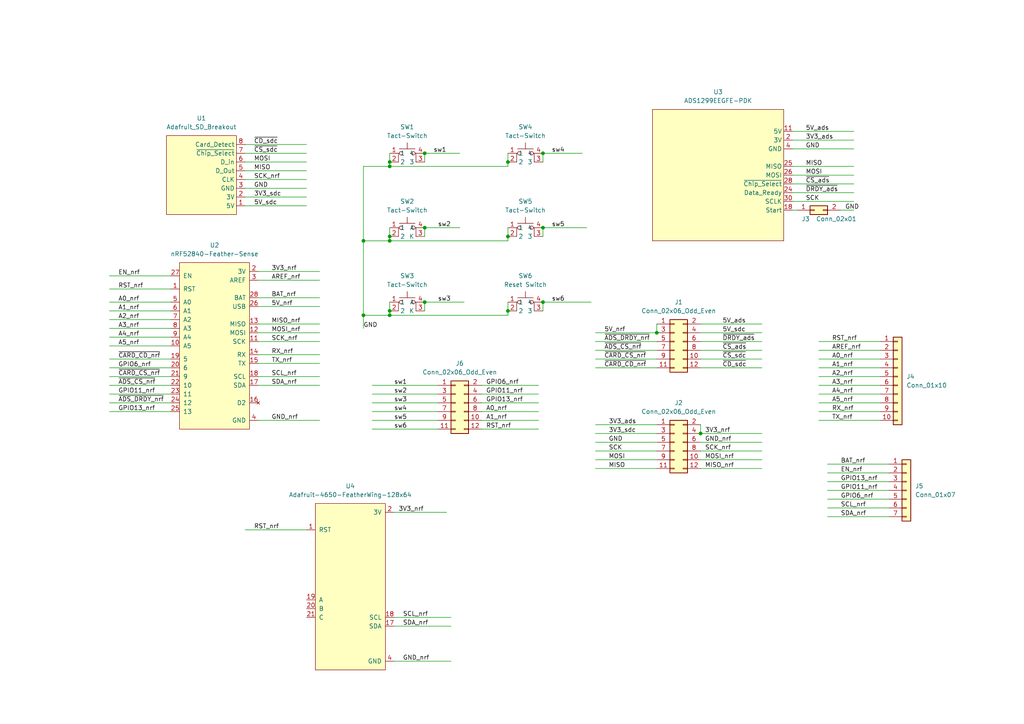
<source format=kicad_sch>
(kicad_sch (version 20211123) (generator eeschema)
  (paper "A4")
  (title_block (title "VolksEEG development board") (company "VolksEEG Project") (comment 1 "Or by reading files from EDF file on SD card") (comment 2 "Can be used with TI ADS1299 Dev board for live data"))
  (lib_symbols
    (symbol "ADS1299EEGFE-PDK_1"
      (property "Reference" "U" (at 8.89 20.32 0))
      (property "Value" "ADS1299EEGFE-PDK_1" (at -15.24 19.05 0))
      (symbol "ADS1299EEGFE-PDK_1_0_1"
        (rectangle (start -38.1 17.78) (end 0 -20.32) (fill (type background)))
      )
      (symbol "ADS1299EEGFE-PDK_1_1_1"
        (pin power_in line (at 2.54 11.43 180) (length 2.54) (name "5V") (number "11"))
        (pin input line (at 2.54 -11.43 180) (length 2.54) (name "Start") (number "18"))
        (pin power_in line (at 2.54 8.89 180) (length 2.54) (name "3V") (number "2"))
        (pin output line (at 2.54 -6.35 180) (length 2.54) (name "Data_Ready") (number "24"))
        (pin output line (at 2.54 1.27 180) (length 2.54) (name "MISO") (number "25"))
        (pin input line (at 2.54 -1.27 180) (length 2.54) (name "MOSI") (number "26"))
        (pin input line (at 2.54 -3.81 180) (length 2.54) (name "~{Chip_Select}") (number "28"))
        (pin input line (at 2.54 -8.89 180) (length 2.54) (name "SCLK") (number "30"))
        (pin power_in line (at 2.54 6.35 180) (length 2.54) (name "GND") (number "4"))
      )
    )
    (symbol "Adafruit_SD_Breakout_1"
      (property "Reference" "U1" (at -10.16 3.81 0))
      (property "Value" "Adafruit_SD_Breakout" (at -10.16 1.27 0))
      (symbol "Adafruit_SD_Breakout_1_0_1"
        (rectangle (start -20.32 -1.27) (end 0 -24.13) (fill (type background)))
      )
      (symbol "Adafruit_SD_Breakout_1_1_1"
        (pin power_in line (at 2.54 -21.59 180) (length 2.54) (name "5V") (number "1"))
        (pin power_in line (at 2.54 -19.05 180) (length 2.54) (name "3V") (number "2"))
        (pin power_in line (at 2.54 -16.51 180) (length 2.54) (name "GND") (number "3"))
        (pin input line (at 2.54 -13.97 180) (length 2.54) (name "CLK") (number "4"))
        (pin output line (at 2.54 -11.43 180) (length 2.54) (name "D_Out") (number "5"))
        (pin input line (at 2.54 -8.89 180) (length 2.54) (name "D_in") (number "6"))
        (pin input line (at 2.54 -6.35 180) (length 2.54) (name "~{Chip_Select}") (number "7"))
        (pin output line (at 2.54 -3.81 180) (length 2.54) (name "Card_Detect") (number "8"))
      )
    )
    (symbol "Connector_Generic:Conn_01x07" (pin_names (offset 1.016) hide)
      (property "Reference" "J" (at 0 10.16 0))
      (property "Value" "Conn_01x07" (at 0 -10.16 0))
      (symbol "Conn_01x07_1_1"
        (rectangle (start -1.27 -7.493) (end 0 -7.747) (stroke (width 0.1524)))
        (rectangle (start -1.27 -4.953) (end 0 -5.207) (stroke (width 0.1524)))
        (rectangle (start -1.27 -2.413) (end 0 -2.667) (stroke (width 0.1524)))
        (rectangle (start -1.27 0.127) (end 0 -0.127) (stroke (width 0.1524)))
        (rectangle (start -1.27 2.667) (end 0 2.413) (stroke (width 0.1524)))
        (rectangle (start -1.27 5.207) (end 0 4.953) (stroke (width 0.1524)))
        (rectangle (start -1.27 7.747) (end 0 7.493) (stroke (width 0.1524)))
        (rectangle (start -1.27 8.89) (end 1.27 -8.89) (stroke (width 0.254)) (fill (type background)))
        (pin passive line (at -5.08 7.62 0) (length 3.81) (name "Pin_1") (number "1"))
        (pin passive line (at -5.08 5.08 0) (length 3.81) (name "Pin_2") (number "2"))
        (pin passive line (at -5.08 2.54 0) (length 3.81) (name "Pin_3") (number "3"))
        (pin passive line (at -5.08 0 0) (length 3.81) (name "Pin_4") (number "4"))
        (pin passive line (at -5.08 -2.54 0) (length 3.81) (name "Pin_5") (number "5"))
        (pin passive line (at -5.08 -5.08 0) (length 3.81) (name "Pin_6") (number "6"))
        (pin passive line (at -5.08 -7.62 0) (length 3.81) (name "Pin_7") (number "7"))
      )
    )
    (symbol "Connector_Generic:Conn_01x10" (pin_names (offset 1.016) hide)
      (property "Reference" "J" (at 0 12.7 0))
      (property "Value" "Conn_01x10" (at 0 -15.24 0))
      (symbol "Conn_01x10_1_1"
        (rectangle (start -1.27 -12.573) (end 0 -12.827) (stroke (width 0.1524)))
        (rectangle (start -1.27 -10.033) (end 0 -10.287) (stroke (width 0.1524)))
        (rectangle (start -1.27 -7.493) (end 0 -7.747) (stroke (width 0.1524)))
        (rectangle (start -1.27 -4.953) (end 0 -5.207) (stroke (width 0.1524)))
        (rectangle (start -1.27 -2.413) (end 0 -2.667) (stroke (width 0.1524)))
        (rectangle (start -1.27 0.127) (end 0 -0.127) (stroke (width 0.1524)))
        (rectangle (start -1.27 2.667) (end 0 2.413) (stroke (width 0.1524)))
        (rectangle (start -1.27 5.207) (end 0 4.953) (stroke (width 0.1524)))
        (rectangle (start -1.27 7.747) (end 0 7.493) (stroke (width 0.1524)))
        (rectangle (start -1.27 10.287) (end 0 10.033) (stroke (width 0.1524)))
        (rectangle (start -1.27 11.43) (end 1.27 -13.97) (stroke (width 0.254)) (fill (type background)))
        (pin passive line (at -5.08 10.16 0) (length 3.81) (name "Pin_1") (number "1"))
        (pin passive line (at -5.08 -12.7 0) (length 3.81) (name "Pin_10") (number "10"))
        (pin passive line (at -5.08 7.62 0) (length 3.81) (name "Pin_2") (number "2"))
        (pin passive line (at -5.08 5.08 0) (length 3.81) (name "Pin_3") (number "3"))
        (pin passive line (at -5.08 2.54 0) (length 3.81) (name "Pin_4") (number "4"))
        (pin passive line (at -5.08 0 0) (length 3.81) (name "Pin_5") (number "5"))
        (pin passive line (at -5.08 -2.54 0) (length 3.81) (name "Pin_6") (number "6"))
        (pin passive line (at -5.08 -5.08 0) (length 3.81) (name "Pin_7") (number "7"))
        (pin passive line (at -5.08 -7.62 0) (length 3.81) (name "Pin_8") (number "8"))
        (pin passive line (at -5.08 -10.16 0) (length 3.81) (name "Pin_9") (number "9"))
      )
    )
    (symbol "Connector_Generic:Conn_02x01" (pin_names (offset 1.016) hide)
      (property "Reference" "J" (at 1.27 2.54 0))
      (property "Value" "Conn_02x01" (at 1.27 -2.54 0))
      (symbol "Conn_02x01_1_1"
        (rectangle (start -1.27 0.127) (end 0 -0.127) (stroke (width 0.1524)))
        (rectangle (start -1.27 1.27) (end 3.81 -1.27) (stroke (width 0.254)) (fill (type background)))
        (rectangle (start 3.81 0.127) (end 2.54 -0.127) (stroke (width 0.1524)))
        (pin passive line (at -5.08 0 0) (length 3.81) (name "Pin_1") (number "1"))
        (pin passive line (at 7.62 0 180) (length 3.81) (name "Pin_2") (number "2"))
      )
    )
    (symbol "Connector_Generic:Conn_02x06_Odd_Even" (pin_names (offset 1.016) hide)
      (property "Reference" "J" (at 1.27 7.62 0))
      (property "Value" "Conn_02x06_Odd_Even" (at 1.27 -10.16 0))
      (symbol "Conn_02x06_Odd_Even_1_1"
        (rectangle (start -1.27 -7.493) (end 0 -7.747) (stroke (width 0.1524)))
        (rectangle (start -1.27 -4.953) (end 0 -5.207) (stroke (width 0.1524)))
        (rectangle (start -1.27 -2.413) (end 0 -2.667) (stroke (width 0.1524)))
        (rectangle (start -1.27 0.127) (end 0 -0.127) (stroke (width 0.1524)))
        (rectangle (start -1.27 2.667) (end 0 2.413) (stroke (width 0.1524)))
        (rectangle (start -1.27 5.207) (end 0 4.953) (stroke (width 0.1524)))
        (rectangle (start -1.27 6.35) (end 3.81 -8.89) (stroke (width 0.254)) (fill (type background)))
        (rectangle (start 3.81 -7.493) (end 2.54 -7.747) (stroke (width 0.1524)))
        (rectangle (start 3.81 -4.953) (end 2.54 -5.207) (stroke (width 0.1524)))
        (rectangle (start 3.81 -2.413) (end 2.54 -2.667) (stroke (width 0.1524)))
        (rectangle (start 3.81 0.127) (end 2.54 -0.127) (stroke (width 0.1524)))
        (rectangle (start 3.81 2.667) (end 2.54 2.413) (stroke (width 0.1524)))
        (rectangle (start 3.81 5.207) (end 2.54 4.953) (stroke (width 0.1524)))
        (pin passive line (at -5.08 5.08 0) (length 3.81) (name "Pin_1") (number "1"))
        (pin passive line (at 7.62 -5.08 180) (length 3.81) (name "Pin_10") (number "10"))
        (pin passive line (at -5.08 -7.62 0) (length 3.81) (name "Pin_11") (number "11"))
        (pin passive line (at 7.62 -7.62 180) (length 3.81) (name "Pin_12") (number "12"))
        (pin passive line (at 7.62 5.08 180) (length 3.81) (name "Pin_2") (number "2"))
        (pin passive line (at -5.08 2.54 0) (length 3.81) (name "Pin_3") (number "3"))
        (pin passive line (at 7.62 2.54 180) (length 3.81) (name "Pin_4") (number "4"))
        (pin passive line (at -5.08 0 0) (length 3.81) (name "Pin_5") (number "5"))
        (pin passive line (at 7.62 0 180) (length 3.81) (name "Pin_6") (number "6"))
        (pin passive line (at -5.08 -2.54 0) (length 3.81) (name "Pin_7") (number "7"))
        (pin passive line (at 7.62 -2.54 180) (length 3.81) (name "Pin_8") (number "8"))
        (pin passive line (at -5.08 -5.08 0) (length 3.81) (name "Pin_9") (number "9"))
      )
    )
    (symbol "Tact-Switch_1"
      (property "Reference" "SW" (at 1.27 -2.54 0))
      (property "Value" "Tact-Switch_1" (at 1.27 1.27 0))
      (symbol "Tact-Switch_1_0_1"
        (circle (center -1.778 -5.08) (radius 0.508))
        (polyline (pts (xy -2.286 -3.81) (xy 2.286 -3.81)))
        (polyline (pts (xy 0 -3.81) (xy 0 -2.032)))
        (polyline (pts (xy -2.54 -7.62) (xy -2.54 -5.08) (xy -2.286 -5.08)))
        (polyline (pts (xy 2.54 -7.62) (xy 2.54 -5.08) (xy 2.286 -5.08)))
        (circle (center 1.778 -5.08) (radius 0.508))
        (pin passive line (at -5.08 -5.08 0) (length 2.54) (name "1") (number "1"))
        (pin passive line (at -5.08 -7.62 0) (length 2.54) (name "2") (number "2"))
        (pin passive line (at 5.08 -7.62 180) (length 2.54) (name "3") (number "3"))
        (pin passive line (at 5.08 -5.08 180) (length 2.54) (name "4") (number "4"))
      )
    )
    (symbol "Tact-Switch_2"
      (property "Reference" "SW" (at 1.27 -2.54 0))
      (property "Value" "Tact-Switch_2" (at 1.27 1.27 0))
      (symbol "Tact-Switch_2_0_1"
        (circle (center -1.778 -5.08) (radius 0.508))
        (polyline (pts (xy -2.286 -3.81) (xy 2.286 -3.81)))
        (polyline (pts (xy 0 -3.81) (xy 0 -2.032)))
        (polyline (pts (xy -2.54 -7.62) (xy -2.54 -5.08) (xy -2.286 -5.08)))
        (polyline (pts (xy 2.54 -7.62) (xy 2.54 -5.08) (xy 2.286 -5.08)))
        (circle (center 1.778 -5.08) (radius 0.508))
        (pin passive line (at -5.08 -5.08 0) (length 2.54) (name "1") (number "1"))
        (pin passive line (at -5.08 -7.62 0) (length 2.54) (name "2") (number "2"))
        (pin passive line (at 5.08 -7.62 180) (length 2.54) (name "3") (number "3"))
        (pin passive line (at 5.08 -5.08 180) (length 2.54) (name "4") (number "4"))
      )
    )
    (symbol "Tact-Switch_3"
      (property "Reference" "SW" (at 1.27 -2.54 0))
      (property "Value" "Tact-Switch_3" (at 1.27 1.27 0))
      (symbol "Tact-Switch_3_0_1"
        (circle (center -1.778 -5.08) (radius 0.508))
        (polyline (pts (xy -2.286 -3.81) (xy 2.286 -3.81)))
        (polyline (pts (xy 0 -3.81) (xy 0 -2.032)))
        (polyline (pts (xy -2.54 -7.62) (xy -2.54 -5.08) (xy -2.286 -5.08)))
        (polyline (pts (xy 2.54 -7.62) (xy 2.54 -5.08) (xy 2.286 -5.08)))
        (circle (center 1.778 -5.08) (radius 0.508))
        (pin passive line (at -5.08 -5.08 0) (length 2.54) (name "1") (number "1"))
        (pin passive line (at -5.08 -7.62 0) (length 2.54) (name "2") (number "2"))
        (pin passive line (at 5.08 -7.62 180) (length 2.54) (name "3") (number "3"))
        (pin passive line (at 5.08 -5.08 180) (length 2.54) (name "4") (number "4"))
      )
    )
    (symbol "Tact-Switch_4"
      (property "Reference" "SW" (at 1.27 -2.54 0))
      (property "Value" "Tact-Switch_4" (at 1.27 1.27 0))
      (symbol "Tact-Switch_4_0_1"
        (circle (center -1.778 -5.08) (radius 0.508))
        (polyline (pts (xy -2.286 -3.81) (xy 2.286 -3.81)))
        (polyline (pts (xy 0 -3.81) (xy 0 -2.032)))
        (polyline (pts (xy -2.54 -7.62) (xy -2.54 -5.08) (xy -2.286 -5.08)))
        (polyline (pts (xy 2.54 -7.62) (xy 2.54 -5.08) (xy 2.286 -5.08)))
        (circle (center 1.778 -5.08) (radius 0.508))
        (pin passive line (at -5.08 -5.08 0) (length 2.54) (name "1") (number "1"))
        (pin passive line (at -5.08 -7.62 0) (length 2.54) (name "2") (number "2"))
        (pin passive line (at 5.08 -7.62 180) (length 2.54) (name "3") (number "3"))
        (pin passive line (at 5.08 -5.08 180) (length 2.54) (name "4") (number "4"))
      )
    )
    (symbol "VolksEEG:Adafruit-4650-FeatherWing-128x64" (pin_names (offset 1.016))
      (property "Reference" "U" (at -8.89 25.4 0))
      (property "Value" "Adafruit-4650-FeatherWing-128x64" (at 1.27 -25.4 0))
      (property "Datasheet" "https://learn.adafruit.com/adafruit-128x64-oled-featherwing/overview" (at -1.27 29.21 0))
      (symbol "Adafruit-4650-FeatherWing-128x64_0_1"
        (rectangle (start -10.16 24.13) (end 10.16 -24.13) (fill (type background)))
      )
      (symbol "Adafruit-4650-FeatherWing-128x64_1_1"
        (pin input line (at -12.7 16.51 0) (length 2.54) (name "RST") (number "1"))
        (pin bidirectional line (at 12.7 -11.43 180) (length 2.54) (name "SDA") (number "17"))
        (pin output line (at 12.7 -8.89 180) (length 2.54) (name "SCL") (number "18"))
        (pin bidirectional line (at -12.7 -3.81 0) (length 2.54) (name "A") (number "19"))
        (pin power_in line (at 12.7 21.59 180) (length 2.54) (name "3V") (number "2"))
        (pin bidirectional line (at -12.7 -6.35 0) (length 2.54) (name "B") (number "20"))
        (pin bidirectional line (at -12.7 -8.89 0) (length 2.54) (name "C") (number "21"))
        (pin power_in line (at 12.7 -21.59 180) (length 2.54) (name "GND") (number "4"))
      )
    )
    (symbol "VolksEEG:Tact-Switch"
      (property "Reference" "SW" (at 1.27 -2.54 0))
      (property "Value" "Tact-Switch" (at 1.27 1.27 0))
      (symbol "Tact-Switch_0_1"
        (circle (center -1.778 -5.08) (radius 0.508))
        (polyline (pts (xy -2.286 -3.81) (xy 2.286 -3.81)))
        (polyline (pts (xy 0 -3.81) (xy 0 -2.032)))
        (polyline (pts (xy -2.54 -7.62) (xy -2.54 -5.08) (xy -2.286 -5.08)))
        (polyline (pts (xy 2.54 -7.62) (xy 2.54 -5.08) (xy 2.286 -5.08)))
        (circle (center 1.778 -5.08) (radius 0.508))
        (pin passive line (at -5.08 -5.08 0) (length 2.54) (name "1") (number "1"))
        (pin passive line (at -5.08 -7.62 0) (length 2.54) (name "2") (number "2"))
        (pin passive line (at 5.08 -7.62 180) (length 2.54) (name "K") (number "3"))
        (pin passive line (at 5.08 -5.08 180) (length 2.54) (name "A") (number "4"))
      )
    )
    (symbol "VolksEEG:nRF52840-Feather-Sense" (pin_names (offset 1.016))
      (property "Reference" "U2" (at 0 29.21 0))
      (property "Value" "nRF52840-Feather-Sense" (at 0 26.67 0))
      (symbol "nRF52840-Feather-Sense_0_1"
        (rectangle (start -10.16 24.13) (end 10.16 -24.13) (fill (type background)))
      )
      (symbol "nRF52840-Feather-Sense_1_1"
        (pin input line (at -12.7 16.51 0) (length 2.54) (name "RST") (number "1"))
        (pin bidirectional line (at -12.7 0 0) (length 2.54) (name "A5") (number "10"))
        (pin output line (at 12.7 1.27 180) (length 2.54) (name "SCK") (number "11"))
        (pin output line (at 12.7 3.81 180) (length 2.54) (name "MOSI") (number "12"))
        (pin input line (at 12.7 6.35 180) (length 2.54) (name "MISO") (number "13"))
        (pin input line (at 12.7 -2.54 180) (length 2.54) (name "RX") (number "14"))
        (pin output line (at 12.7 -5.08 180) (length 2.54) (name "TX") (number "15"))
        (pin no_connect line (at 12.7 -16.51 180) (length 2.54) (name "D2") (number "16"))
        (pin bidirectional line (at 12.7 -11.43 180) (length 2.54) (name "SDA") (number "17"))
        (pin output line (at 12.7 -8.89 180) (length 2.54) (name "SCL") (number "18"))
        (pin bidirectional line (at -12.7 -3.81 0) (length 2.54) (name "5") (number "19"))
        (pin power_out line (at 12.7 21.59 180) (length 2.54) (name "3V") (number "2"))
        (pin bidirectional line (at -12.7 -6.35 0) (length 2.54) (name "6") (number "20"))
        (pin bidirectional line (at -12.7 -8.89 0) (length 2.54) (name "9") (number "21"))
        (pin bidirectional line (at -12.7 -11.43 0) (length 2.54) (name "10") (number "22"))
        (pin bidirectional line (at -12.7 -13.97 0) (length 2.54) (name "11") (number "23"))
        (pin bidirectional line (at -12.7 -16.51 0) (length 2.54) (name "12") (number "24"))
        (pin bidirectional line (at -12.7 -19.05 0) (length 2.54) (name "13") (number "25"))
        (pin power_out line (at 12.7 11.43 180) (length 2.54) (name "USB") (number "26"))
        (pin input line (at -12.7 20.32 0) (length 2.54) (name "EN") (number "27"))
        (pin power_out line (at 12.7 13.97 180) (length 2.54) (name "BAT") (number "28"))
        (pin input line (at 12.7 19.05 180) (length 2.54) (name "AREF") (number "3"))
        (pin power_in line (at 12.7 -21.59 180) (length 2.54) (name "GND") (number "4"))
        (pin bidirectional line (at -12.7 12.7 0) (length 2.54) (name "A0") (number "5"))
        (pin bidirectional line (at -12.7 10.16 0) (length 2.54) (name "A1") (number "6"))
        (pin bidirectional line (at -12.7 7.62 0) (length 2.54) (name "A2") (number "7"))
        (pin bidirectional line (at -12.7 5.08 0) (length 2.54) (name "A3") (number "8"))
        (pin bidirectional line (at -12.7 2.54 0) (length 2.54) (name "A4") (number "9"))
      )
    )
  )
  (junction (at 147.32 90.17))
  (junction (at 157.48 87.63))
  (junction (at 147.32 68.58))
  (junction (at 157.48 66.04))
  (junction (at 157.48 44.45))
  (junction (at 105.41 69.85))
  (junction (at 113.03 68.58))
  (junction (at 113.03 48.26))
  (junction (at 113.03 69.85))
  (junction (at 203.2 125.73))
  (junction (at 113.03 46.99))
  (junction (at 123.19 44.45))
  (junction (at 190.5 96.52))
  (junction (at 113.03 91.44))
  (junction (at 147.32 46.99))
  (junction (at 105.41 91.44))
  (junction (at 123.19 66.04))
  (junction (at 123.19 87.63))
  (junction (at 113.03 90.17))
  (wire (pts (xy 107.95 111.76) (xy 127 111.76)))
  (wire (pts (xy 240.03 144.78) (xy 257.81 144.78)))
  (wire (pts (xy 74.93 88.9) (xy 92.71 88.9)))
  (wire (pts (xy 203.2 106.68) (xy 220.98 106.68)))
  (wire (pts (xy 237.49 111.76) (xy 255.27 111.76)))
  (wire (pts (xy 74.93 81.28) (xy 92.71 81.28)))
  (wire (pts (xy 31.75 100.33) (xy 49.53 100.33)))
  (wire (pts (xy 172.72 125.73) (xy 190.5 125.73)))
  (wire (pts (xy 71.12 153.67) (xy 88.9 153.67)))
  (wire (pts (xy 203.2 128.27) (xy 220.98 128.27)))
  (wire (pts (xy 229.87 40.64) (xy 247.65 40.64)))
  (wire (pts (xy 172.72 135.89) (xy 190.5 135.89)))
  (wire (pts (xy 31.75 116.84) (xy 49.53 116.84)))
  (wire (pts (xy 71.12 41.91) (xy 88.9 41.91)))
  (wire (pts (xy 139.7 111.76) (xy 156.21 111.76)))
  (wire (pts (xy 172.72 128.27) (xy 190.5 128.27)))
  (wire (pts (xy 172.72 106.68) (xy 190.5 106.68)))
  (wire (pts (xy 113.03 69.85) (xy 147.32 69.85)))
  (wire (pts (xy 74.93 78.74) (xy 92.71 78.74)))
  (wire (pts (xy 139.7 119.38) (xy 156.21 119.38)))
  (wire (pts (xy 237.49 121.92) (xy 255.27 121.92)))
  (wire (pts (xy 107.95 121.92) (xy 127 121.92)))
  (wire (pts (xy 113.03 48.26) (xy 147.32 48.26)))
  (wire (pts (xy 139.7 114.3) (xy 156.21 114.3)))
  (wire (pts (xy 74.93 86.36) (xy 92.71 86.36)))
  (wire (pts (xy 237.49 109.22) (xy 255.27 109.22)))
  (wire (pts (xy 203.2 96.52) (xy 220.98 96.52)))
  (wire (pts (xy 71.12 44.45) (xy 88.9 44.45)))
  (wire (pts (xy 114.3 179.07) (xy 130.81 179.07)))
  (wire (pts (xy 113.03 87.63) (xy 113.03 90.17)))
  (wire (pts (xy 157.48 66.04) (xy 157.48 68.58)))
  (wire (pts (xy 74.93 96.52) (xy 92.71 96.52)))
  (wire (pts (xy 31.75 97.79) (xy 49.53 97.79)))
  (wire (pts (xy 113.03 68.58) (xy 113.03 69.85)))
  (wire (pts (xy 203.2 123.19) (xy 203.2 125.73)))
  (wire (pts (xy 157.48 44.45) (xy 168.91 44.45)))
  (wire (pts (xy 147.32 90.17) (xy 147.32 91.44)))
  (wire (pts (xy 107.95 124.46) (xy 127 124.46)))
  (wire (pts (xy 203.2 93.98) (xy 220.98 93.98)))
  (wire (pts (xy 105.41 69.85) (xy 113.03 69.85)))
  (wire (pts (xy 123.19 44.45) (xy 123.19 46.99)))
  (wire (pts (xy 31.75 87.63) (xy 49.53 87.63)))
  (wire (pts (xy 31.75 80.01) (xy 49.53 80.01)))
  (wire (pts (xy 157.48 66.04) (xy 170.18 66.04)))
  (wire (pts (xy 113.03 44.45) (xy 113.03 46.99)))
  (wire (pts (xy 74.93 109.22) (xy 92.71 109.22)))
  (wire (pts (xy 243.84 60.96) (xy 247.65 60.96)))
  (wire (pts (xy 237.49 116.84) (xy 255.27 116.84)))
  (wire (pts (xy 31.75 111.76) (xy 49.53 111.76)))
  (wire (pts (xy 71.12 57.15) (xy 88.9 57.15)))
  (wire (pts (xy 113.03 90.17) (xy 113.03 91.44)))
  (wire (pts (xy 71.12 49.53) (xy 88.9 49.53)))
  (wire (pts (xy 31.75 114.3) (xy 49.53 114.3)))
  (wire (pts (xy 157.48 87.63) (xy 157.48 90.17)))
  (wire (pts (xy 240.03 142.24) (xy 257.81 142.24)))
  (wire (pts (xy 240.03 139.7) (xy 257.81 139.7)))
  (wire (pts (xy 123.19 87.63) (xy 134.62 87.63)))
  (wire (pts (xy 172.72 96.52) (xy 190.5 96.52)))
  (wire (pts (xy 172.72 130.81) (xy 190.5 130.81)))
  (wire (pts (xy 229.87 43.18) (xy 247.65 43.18)))
  (wire (pts (xy 229.87 53.34) (xy 247.65 53.34)))
  (wire (pts (xy 157.48 87.63) (xy 171.45 87.63)))
  (wire (pts (xy 113.03 46.99) (xy 113.03 48.26)))
  (wire (pts (xy 31.75 109.22) (xy 49.53 109.22)))
  (wire (pts (xy 105.41 91.44) (xy 113.03 91.44)))
  (wire (pts (xy 74.93 111.76) (xy 92.71 111.76)))
  (wire (pts (xy 31.75 90.17) (xy 49.53 90.17)))
  (wire (pts (xy 237.49 104.14) (xy 255.27 104.14)))
  (wire (pts (xy 203.2 99.06) (xy 220.98 99.06)))
  (wire (pts (xy 113.03 91.44) (xy 147.32 91.44)))
  (wire (pts (xy 71.12 52.07) (xy 88.9 52.07)))
  (wire (pts (xy 71.12 54.61) (xy 88.9 54.61)))
  (wire (pts (xy 105.41 91.44) (xy 105.41 95.25)))
  (wire (pts (xy 147.32 66.04) (xy 147.32 68.58)))
  (wire (pts (xy 172.72 104.14) (xy 190.5 104.14)))
  (wire (pts (xy 114.3 148.59) (xy 129.54 148.59)))
  (wire (pts (xy 229.87 55.88) (xy 247.65 55.88)))
  (wire (pts (xy 172.72 101.6) (xy 190.5 101.6)))
  (wire (pts (xy 172.72 123.19) (xy 190.5 123.19)))
  (wire (pts (xy 237.49 114.3) (xy 255.27 114.3)))
  (wire (pts (xy 203.2 125.73) (xy 220.98 125.73)))
  (wire (pts (xy 237.49 119.38) (xy 255.27 119.38)))
  (wire (pts (xy 139.7 121.92) (xy 156.21 121.92)))
  (wire (pts (xy 157.48 44.45) (xy 157.48 46.99)))
  (wire (pts (xy 147.32 46.99) (xy 147.32 48.26)))
  (wire (pts (xy 105.41 69.85) (xy 105.41 91.44)))
  (wire (pts (xy 114.3 191.77) (xy 130.81 191.77)))
  (wire (pts (xy 123.19 66.04) (xy 123.19 68.58)))
  (wire (pts (xy 71.12 59.69) (xy 88.9 59.69)))
  (wire (pts (xy 240.03 149.86) (xy 257.81 149.86)))
  (wire (pts (xy 240.03 137.16) (xy 257.81 137.16)))
  (wire (pts (xy 190.5 93.98) (xy 190.5 96.52)))
  (wire (pts (xy 229.87 38.1) (xy 247.65 38.1)))
  (wire (pts (xy 229.87 50.8) (xy 247.65 50.8)))
  (wire (pts (xy 147.32 87.63) (xy 147.32 90.17)))
  (wire (pts (xy 123.19 66.04) (xy 133.35 66.04)))
  (wire (pts (xy 74.93 105.41) (xy 92.71 105.41)))
  (wire (pts (xy 203.2 101.6) (xy 220.98 101.6)))
  (wire (pts (xy 139.7 124.46) (xy 156.21 124.46)))
  (wire (pts (xy 237.49 101.6) (xy 255.27 101.6)))
  (wire (pts (xy 31.75 92.71) (xy 49.53 92.71)))
  (wire (pts (xy 114.3 181.61) (xy 130.81 181.61)))
  (wire (pts (xy 31.75 119.38) (xy 49.53 119.38)))
  (wire (pts (xy 203.2 135.89) (xy 220.98 135.89)))
  (wire (pts (xy 172.72 133.35) (xy 190.5 133.35)))
  (wire (pts (xy 240.03 147.32) (xy 257.81 147.32)))
  (wire (pts (xy 172.72 99.06) (xy 190.5 99.06)))
  (wire (pts (xy 105.41 48.26) (xy 105.41 69.85)))
  (wire (pts (xy 31.75 104.14) (xy 49.53 104.14)))
  (wire (pts (xy 237.49 106.68) (xy 255.27 106.68)))
  (wire (pts (xy 107.95 114.3) (xy 127 114.3)))
  (wire (pts (xy 31.75 95.25) (xy 49.53 95.25)))
  (wire (pts (xy 31.75 83.82) (xy 49.53 83.82)))
  (wire (pts (xy 203.2 104.14) (xy 220.98 104.14)))
  (wire (pts (xy 229.87 48.26) (xy 247.65 48.26)))
  (wire (pts (xy 147.32 68.58) (xy 147.32 69.85)))
  (wire (pts (xy 123.19 87.63) (xy 123.19 90.17)))
  (wire (pts (xy 229.87 58.42) (xy 247.65 58.42)))
  (wire (pts (xy 74.93 93.98) (xy 92.71 93.98)))
  (wire (pts (xy 139.7 116.84) (xy 156.21 116.84)))
  (wire (pts (xy 123.19 44.45) (xy 133.35 44.45)))
  (wire (pts (xy 107.95 116.84) (xy 127 116.84)))
  (wire (pts (xy 240.03 134.62) (xy 257.81 134.62)))
  (wire (pts (xy 229.87 60.96) (xy 231.14 60.96)))
  (wire (pts (xy 203.2 133.35) (xy 220.98 133.35)))
  (wire (pts (xy 113.03 48.26) (xy 105.41 48.26)))
  (wire (pts (xy 74.93 102.87) (xy 92.71 102.87)))
  (wire (pts (xy 74.93 121.92) (xy 92.71 121.92)))
  (wire (pts (xy 107.95 119.38) (xy 127 119.38)))
  (wire (pts (xy 113.03 66.04) (xy 113.03 68.58)))
  (wire (pts (xy 71.12 46.99) (xy 88.9 46.99)))
  (wire (pts (xy 147.32 44.45) (xy 147.32 46.99)))
  (wire (pts (xy 203.2 130.81) (xy 220.98 130.81)))
  (wire (pts (xy 31.75 106.68) (xy 49.53 106.68)))
  (wire (pts (xy 237.49 99.06) (xy 255.27 99.06)))
  (wire (pts (xy 74.93 99.06) (xy 92.71 99.06)))
  (label "~{CARD_CD_nrf}" (at 175.26 106.68 0))
  (label "A0_nrf" (at 241.3 104.14 0))
  (label "GPIO6_nrf" (at 243.84 144.78 0))
  (label "A4_nrf" (at 34.29 97.79 0))
  (label "AREF_nrf" (at 241.3 101.6 0))
  (label "sw2" (at 127 66.04 0))
  (label "A2_nrf" (at 241.3 109.22 0))
  (label "5V_nrf" (at 78.74 88.9 0))
  (label "MOSI" (at 73.66 46.99 0))
  (label "A1_nrf" (at 140.97 121.92 0))
  (label "~{CS_ads}" (at 209.55 101.6 0))
  (label "~{DRDY_ads}" (at 209.55 99.06 0))
  (label "MISO" (at 233.68 48.26 0))
  (label "sw6" (at 114.3 124.46 0))
  (label "~{ADS_CS_nrf}" (at 34.29 111.76 0))
  (label "RX_nrf" (at 241.3 119.38 0))
  (label "sw1" (at 114.3 111.76 0))
  (label "~{DRDY_ads}" (at 233.68 55.88 0))
  (label "GPIO6_nrf" (at 140.97 111.76 0))
  (label "sw1" (at 125.73 44.45 0))
  (label "GND_nrf" (at 204.47 128.27 0))
  (label "MOSI" (at 233.68 50.8 0))
  (label "A3_nrf" (at 241.3 111.76 0))
  (label "sw3" (at 114.3 116.84 0))
  (label "sw4" (at 114.3 119.38 0))
  (label "GND_nrf" (at 116.84 191.77 0))
  (label "GPIO11_nrf" (at 140.97 114.3 0))
  (label "RST_nrf" (at 34.29 83.82 0))
  (label "A3_nrf" (at 34.29 95.25 0))
  (label "GND" (at 245.11 60.96 0))
  (label "RX_nrf" (at 78.74 102.87 0))
  (label "GND" (at 73.66 54.61 0))
  (label "A1_nrf" (at 34.29 90.17 0))
  (label "GND" (at 233.68 43.18 0))
  (label "5V_ads" (at 209.55 93.98 0))
  (label "SDA_nrf" (at 116.84 181.61 0))
  (label "sw4" (at 160.02 44.45 0))
  (label "5V_sdc" (at 209.55 96.52 0))
  (label "MOSI_nrf" (at 78.74 96.52 0))
  (label "~{CD_sdc}" (at 73.66 41.91 0))
  (label "BAT_nrf" (at 243.84 134.62 0))
  (label "~{CS_sdc}" (at 73.66 44.45 0))
  (label "sw2" (at 114.3 114.3 0))
  (label "3V3_nrf" (at 204.47 125.73 0))
  (label "GPIO13_nrf" (at 243.84 139.7 0))
  (label "3V3_sdc" (at 176.53 125.73 0))
  (label "SCL_nrf" (at 116.84 179.07 0))
  (label "GPIO11_nrf" (at 34.29 114.3 0))
  (label "A1_nrf" (at 241.3 106.68 0))
  (label "GPIO11_nrf" (at 243.84 142.24 0))
  (label "GND" (at 105.41 95.25 0))
  (label "MOSI" (at 176.53 133.35 0))
  (label "A5_nrf" (at 241.3 116.84 0))
  (label "~{CS_ads}" (at 233.68 53.34 0))
  (label "GPIO6_nrf" (at 34.29 106.68 0))
  (label "A0_nrf" (at 140.97 119.38 0))
  (label "MISO" (at 176.53 135.89 0))
  (label "RST_nrf" (at 140.97 124.46 0))
  (label "SCL_nrf" (at 78.74 109.22 0))
  (label "sw6" (at 160.02 87.63 0))
  (label "SCK_nrf" (at 204.47 130.81 0))
  (label "BAT_nrf" (at 78.74 86.36 0))
  (label "SCK_nrf" (at 73.66 52.07 0))
  (label "5V_ads" (at 233.68 38.1 0))
  (label "RST_nrf" (at 241.3 99.06 0))
  (label "~{CARD_CS_nrf}" (at 175.26 104.14 0))
  (label "3V3_ads" (at 233.68 40.64 0))
  (label "TX_nrf" (at 241.3 121.92 0))
  (label "SDA_nrf" (at 78.74 111.76 0))
  (label "~{ADS_DRDY_nrf}" (at 175.26 99.06 0))
  (label "GPIO13_nrf" (at 140.97 116.84 0))
  (label "~{CD_sdc}" (at 209.55 106.68 0))
  (label "EN_nrf" (at 243.84 137.16 0))
  (label "sw5" (at 160.02 66.04 0))
  (label "TX_nrf" (at 78.74 105.41 0))
  (label "SCL_nrf" (at 243.84 147.32 0))
  (label "GPIO13_nrf" (at 34.29 119.38 0))
  (label "MOSI_nrf" (at 204.47 133.35 0))
  (label "EN_nrf" (at 34.29 80.01 0))
  (label "AREF_nrf" (at 78.74 81.28 0))
  (label "GND_nrf" (at 78.74 121.92 0))
  (label "~{CARD_CD_nrf}" (at 34.29 104.14 0))
  (label "A2_nrf" (at 34.29 92.71 0))
  (label "5V_sdc" (at 73.66 59.69 0))
  (label "SCK_nrf" (at 78.74 99.06 0))
  (label "SDA_nrf" (at 243.84 149.86 0))
  (label "A5_nrf" (at 34.29 100.33 0))
  (label "MISO_nrf" (at 204.47 135.89 0))
  (label "~{CS_sdc}" (at 209.55 104.14 0))
  (label "3V3_ads" (at 176.53 123.19 0))
  (label "MISO" (at 73.66 49.53 0))
  (label "SCK" (at 176.53 130.81 0))
  (label "MISO_nrf" (at 78.74 93.98 0))
  (label "3V3_sdc" (at 73.66 57.15 0))
  (label "~{CARD_CS_nrf}" (at 34.29 109.22 0))
  (label "5V_nrf" (at 175.26 96.52 0))
  (label "SCK" (at 233.68 58.42 0))
  (label "A0_nrf" (at 34.29 87.63 0))
  (label "3V3_nrf" (at 115.57 148.59 0))
  (label "~{ADS_DRDY_nrf}" (at 34.29 116.84 0))
  (label "GND" (at 176.53 128.27 0))
  (label "~{ADS_CS_nrf}" (at 175.26 101.6 0))
  (label "A4_nrf" (at 241.3 114.3 0))
  (label "3V3_nrf" (at 78.74 78.74 0))
  (label "sw5" (at 114.3 121.92 0))
  (label "RST_nrf" (at 73.66 153.67 0))
  (label "sw3" (at 127 87.63 0))
  (symbol (lib_id "Connector_Generic:Conn_02x01") (at 236.22 60.96 0) (unit 1)
    (property "Reference" "J3" (at 233.68 63.5 0))
    (property "Value" "Conn_02x01" (at 242.57 63.5 0))
    (property "Footprint" "Connector_PinHeader_2.54mm:PinHeader_1x02_P2.54mm_Vertical" (effects hide))
  )
  (symbol (lib_name "Tact-Switch_4") (lib_id "VolksEEG:Tact-Switch") (at 152.4 60.96 0) (unit 1)
    (property "Reference" "SW5" (at 152.4 58.42 0))
    (property "Value" "Tact-Switch" (at 152.4 60.96 0))
    (property "Footprint" "VolksEEG:Sparkfun Tactile Switch" (effects hide))
    (property "Datasheet" "https://www.sparkfun.com/datasheets/Components/Buttons/TSA12110%20TACT%20SWITCH.jpg" (effects hide))
  )
  (symbol (lib_id "Connector_Generic:Conn_01x07") (at 262.89 142.24 0) (unit 1)
    (property "Reference" "J5" (at 265.43 140.9699 0) (effects (justify left)))
    (property "Value" "Conn_01x07" (at 265.43 143.5099 0) (effects (justify left)))
    (property "Footprint" "Connector_PinHeader_2.54mm:PinHeader_1x07_P2.54mm_Vertical" (effects hide))
  )
  (symbol (lib_id "Connector_Generic:Conn_02x06_Odd_Even") (at 195.58 99.06 0) (unit 1)
    (property "Reference" "J1" (at 196.85 87.63 0))
    (property "Value" "Conn_02x06_Odd_Even" (at 196.85 90.17 0))
    (property "Footprint" "Connector_PinHeader_2.54mm:PinHeader_2x06_P2.54mm_Vertical" (effects hide))
  )
  (symbol (lib_name "Tact-Switch_3") (lib_id "VolksEEG:Tact-Switch") (at 152.4 82.55 0) (unit 1)
    (property "Reference" "SW6" (at 152.4 80.01 0))
    (property "Value" "Reset Switch" (at 152.4 82.55 0))
    (property "Footprint" "VolksEEG:Sparkfun Tactile Switch" (effects hide))
    (property "Datasheet" "https://www.sparkfun.com/datasheets/Components/Buttons/TSA12110%20TACT%20SWITCH.jpg" (effects hide))
  )
  (symbol (lib_name "ADS1299EEGFE-PDK_1") (lib_id "VolksEEG:ADS1299EEGFE-PDK") (at 227.33 49.53 0) (unit 1)
    (property "Reference" "U3" (at 208.28 26.67 0))
    (property "Value" "ADS1299EEGFE-PDK" (at 208.28 29.21 0))
    (property "Footprint" "VolksEEG:ADS1299EEGFE-PDK" (effects hide))
  )
  (symbol (lib_id "Connector_Generic:Conn_02x06_Odd_Even") (at 195.58 128.27 0) (unit 1)
    (property "Reference" "J2" (at 196.85 116.84 0))
    (property "Value" "Conn_02x06_Odd_Even" (at 196.85 119.38 0))
    (property "Footprint" "Connector_PinHeader_2.54mm:PinHeader_2x06_P2.54mm_Vertical" (effects hide))
  )
  (symbol (lib_name "Adafruit_SD_Breakout_1") (lib_id "VolksEEG:Adafruit_SD_Breakout") (at 68.58 38.1 0) (unit 1)
    (property "Reference" "U1" (at 58.42 34.29 0))
    (property "Value" "Adafruit_SD_Breakout" (at 58.42 36.83 0))
    (property "Footprint" "VolksEEG:Adafruit_SD_Breakout" (effects hide))
    (property "Datasheet" "https://learn.adafruit.com/adafruit-micro-sd-breakout-board-card-tutorial/download" (effects hide))
    (property "Website" "https://www.adafruit.com/product/254" (effects hide))
    (property "Part Number" "254" (effects hide))
    (property "Manufacturer" "Adafruit" (effects hide))
  )
  (symbol (lib_name "Tact-Switch_1") (lib_id "VolksEEG:Tact-Switch") (at 118.11 39.37 0) (unit 1)
    (property "Reference" "SW1" (at 118.11 36.83 0))
    (property "Value" "Tact-Switch" (at 118.11 39.37 0))
    (property "Footprint" "VolksEEG:Sparkfun Tactile Switch" (effects hide))
    (property "Datasheet" "https://www.sparkfun.com/datasheets/Components/Buttons/TSA12110%20TACT%20SWITCH.jpg" (effects hide))
  )
  (symbol (lib_id "VolksEEG:nRF52840-Feather-Sense") (at 62.23 100.33 0) (unit 1)
    (property "Reference" "U2" (at 62.23 71.12 0))
    (property "Value" "nRF52840-Feather-Sense" (at 62.23 73.66 0))
    (property "Footprint" "VolksEEG:nRF52840_Feather_Sense" (effects hide))
    (property "Datasheet" "https://cdn-learn.adafruit.com/downloads/pdf/adafruit-feather-sense.pdf" (effects hide))
  )
  (symbol (lib_id "VolksEEG:Tact-Switch") (at 118.11 82.55 0) (unit 1)
    (property "Reference" "SW3" (at 118.11 80.01 0))
    (property "Value" "Tact-Switch" (at 118.11 82.55 0))
    (property "Footprint" "VolksEEG:Sparkfun Tactile Switch" (effects hide))
    (property "Datasheet" "https://www.sparkfun.com/datasheets/Components/Buttons/TSA12110%20TACT%20SWITCH.jpg" (effects hide))
  )
  (symbol (lib_id "VolksEEG:Adafruit-4650-FeatherWing-128x64") (at 101.6 170.18 0) (unit 1)
    (property "Reference" "U4" (at 101.6 140.97 0))
    (property "Value" "Adafruit-4650-FeatherWing-128x64" (at 101.6 143.51 0))
    (property "Footprint" "VolksEEG:nRF52840_Feather_Sense" (effects hide))
    (property "Datasheet" "https://learn.adafruit.com/adafruit-128x64-oled-featherwing/overview" (effects hide))
  )
  (symbol (lib_id "Connector_Generic:Conn_01x10") (at 260.35 109.22 0) (unit 1)
    (property "Reference" "J4" (at 262.89 109.2199 0) (effects (justify left)))
    (property "Value" "Conn_01x10" (at 262.89 111.7599 0) (effects (justify left)))
    (property "Footprint" "Connector_PinHeader_2.54mm:PinHeader_1x10_P2.54mm_Vertical" (effects hide))
  )
  (symbol (lib_name "Tact-Switch_2") (lib_id "VolksEEG:Tact-Switch") (at 152.4 39.37 0) (unit 1)
    (property "Reference" "SW4" (at 152.4 36.83 0))
    (property "Value" "Tact-Switch" (at 152.4 39.37 0))
    (property "Footprint" "VolksEEG:Sparkfun Tactile Switch" (effects hide))
    (property "Datasheet" "https://www.sparkfun.com/datasheets/Components/Buttons/TSA12110%20TACT%20SWITCH.jpg" (effects hide))
  )
  (symbol (lib_id "VolksEEG:Tact-Switch") (at 118.11 60.96 0) (unit 1)
    (property "Reference" "SW2" (at 118.11 58.42 0))
    (property "Value" "Tact-Switch" (at 118.11 60.96 0))
    (property "Footprint" "VolksEEG:Sparkfun Tactile Switch" (effects hide))
    (property "Datasheet" "https://www.sparkfun.com/datasheets/Components/Buttons/TSA12110%20TACT%20SWITCH.jpg" (effects hide))
  )
  (symbol (lib_id "Connector_Generic:Conn_02x06_Odd_Even") (at 132.08 116.84 0) (unit 1)
    (property "Reference" "J6" (at 133.35 105.41 0))
    (property "Value" "Conn_02x06_Odd_Even" (at 133.35 107.95 0))
    (property "Footprint" "VolksEEG:6-Jumper Header" (effects hide))
  )
)
</source>
